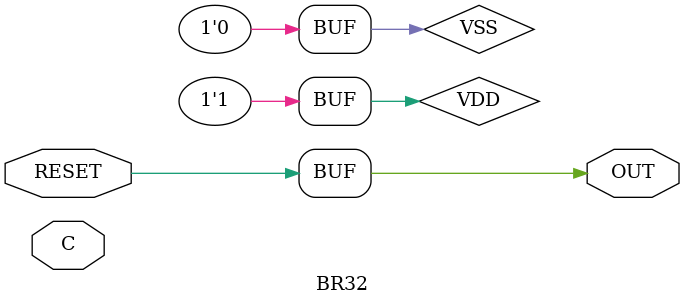
<source format=v>
module BR32 
(
  input wire RESET,
  input wire [31:0] C,
  output wire OUT
  `ifdef USE_POWER_PINS
  ,
  inout VSS,
  inout VDD
  `endif
);
  supply1 VDD;
  supply0 VSS;
  // empty module
  // see lib file
  assign OUT = RESET;
  
endmodule

</source>
